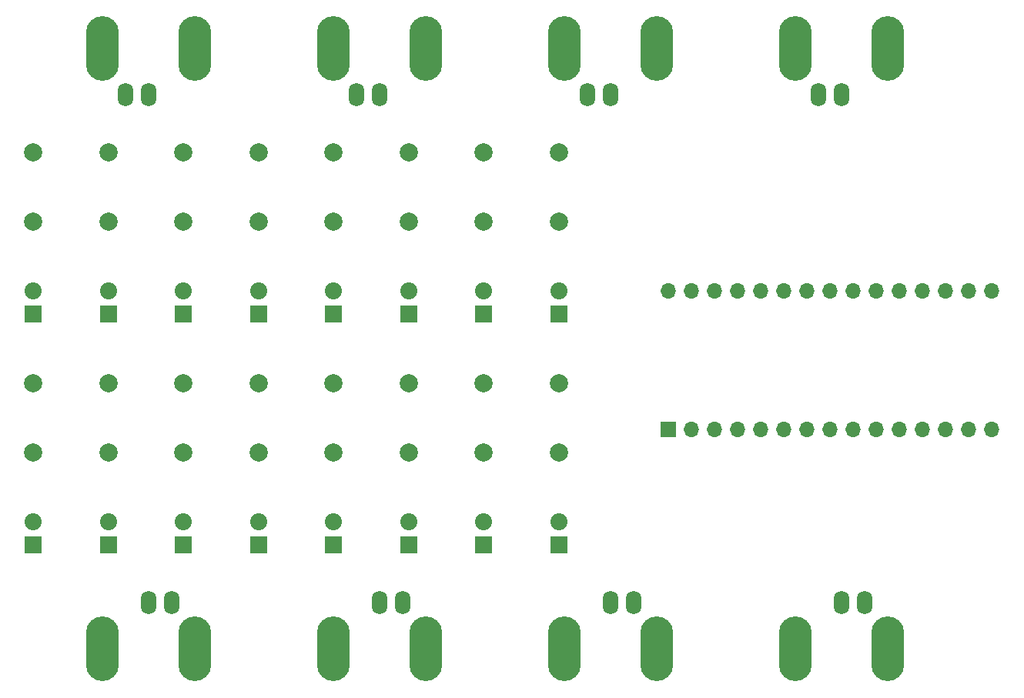
<source format=gbr>
%TF.GenerationSoftware,KiCad,Pcbnew,(5.1.6)-1*%
%TF.CreationDate,2022-02-01T17:42:09+01:00*%
%TF.ProjectId,Omniplex,4f6d6e69-706c-4657-982e-6b696361645f,rev?*%
%TF.SameCoordinates,Original*%
%TF.FileFunction,Soldermask,Bot*%
%TF.FilePolarity,Negative*%
%FSLAX46Y46*%
G04 Gerber Fmt 4.6, Leading zero omitted, Abs format (unit mm)*
G04 Created by KiCad (PCBNEW (5.1.6)-1) date 2022-02-01 17:42:09*
%MOMM*%
%LPD*%
G01*
G04 APERTURE LIST*
%ADD10O,1.700000X2.600000*%
%ADD11O,3.600000X7.100000*%
%ADD12C,1.878000*%
%ADD13R,1.878000X1.878000*%
%ADD14C,2.000000*%
%ADD15O,1.700000X1.700000*%
%ADD16R,1.700000X1.700000*%
G04 APERTURE END LIST*
D10*
%TO.C,J8*%
X154940000Y-127000000D03*
X152400000Y-127000000D03*
D11*
X147320000Y-132080000D03*
X157480000Y-132080000D03*
%TD*%
D10*
%TO.C,J7*%
X129540000Y-127000000D03*
X127000000Y-127000000D03*
D11*
X121920000Y-132080000D03*
X132080000Y-132080000D03*
%TD*%
D10*
%TO.C,J6*%
X104140000Y-127000000D03*
X101600000Y-127000000D03*
D11*
X96520000Y-132080000D03*
X106680000Y-132080000D03*
%TD*%
D10*
%TO.C,J5*%
X78740000Y-127000000D03*
X76200000Y-127000000D03*
D11*
X71120000Y-132080000D03*
X81280000Y-132080000D03*
%TD*%
D10*
%TO.C,J4*%
X149860000Y-71120000D03*
X152400000Y-71120000D03*
D11*
X157480000Y-66040000D03*
X147320000Y-66040000D03*
%TD*%
D10*
%TO.C,J3*%
X124460000Y-71120000D03*
X127000000Y-71120000D03*
D11*
X132080000Y-66040000D03*
X121920000Y-66040000D03*
%TD*%
D10*
%TO.C,J2*%
X99060000Y-71120000D03*
X101600000Y-71120000D03*
D11*
X106680000Y-66040000D03*
X96520000Y-66040000D03*
%TD*%
D10*
%TO.C,J1*%
X73660000Y-71120000D03*
X76200000Y-71120000D03*
D11*
X81280000Y-66040000D03*
X71120000Y-66040000D03*
%TD*%
D12*
%TO.C,K16*%
X121285000Y-118110000D03*
D13*
X121285000Y-120650000D03*
D14*
X121285000Y-110490000D03*
X121285000Y-102870000D03*
%TD*%
D12*
%TO.C,K15*%
X113030000Y-118110000D03*
D13*
X113030000Y-120650000D03*
D14*
X113030000Y-110490000D03*
X113030000Y-102870000D03*
%TD*%
D12*
%TO.C,K14*%
X121285000Y-92710000D03*
D13*
X121285000Y-95250000D03*
D14*
X121285000Y-85090000D03*
X121285000Y-77470000D03*
%TD*%
D12*
%TO.C,K13*%
X113030000Y-92710000D03*
D13*
X113030000Y-95250000D03*
D14*
X113030000Y-85090000D03*
X113030000Y-77470000D03*
%TD*%
D12*
%TO.C,K12*%
X104775000Y-118110000D03*
D13*
X104775000Y-120650000D03*
D14*
X104775000Y-110490000D03*
X104775000Y-102870000D03*
%TD*%
D12*
%TO.C,K11*%
X96520000Y-118110000D03*
D13*
X96520000Y-120650000D03*
D14*
X96520000Y-110490000D03*
X96520000Y-102870000D03*
%TD*%
D12*
%TO.C,K10*%
X104775000Y-92710000D03*
D13*
X104775000Y-95250000D03*
D14*
X104775000Y-85090000D03*
X104775000Y-77470000D03*
%TD*%
D12*
%TO.C,K9*%
X96520000Y-92710000D03*
D13*
X96520000Y-95250000D03*
D14*
X96520000Y-85090000D03*
X96520000Y-77470000D03*
%TD*%
D12*
%TO.C,K8*%
X88265000Y-118110000D03*
D13*
X88265000Y-120650000D03*
D14*
X88265000Y-110490000D03*
X88265000Y-102870000D03*
%TD*%
D12*
%TO.C,K7*%
X80010000Y-118110000D03*
D13*
X80010000Y-120650000D03*
D14*
X80010000Y-110490000D03*
X80010000Y-102870000D03*
%TD*%
D12*
%TO.C,K6*%
X88265000Y-92710000D03*
D13*
X88265000Y-95250000D03*
D14*
X88265000Y-85090000D03*
X88265000Y-77470000D03*
%TD*%
D12*
%TO.C,K5*%
X80010000Y-92710000D03*
D13*
X80010000Y-95250000D03*
D14*
X80010000Y-85090000D03*
X80010000Y-77470000D03*
%TD*%
D12*
%TO.C,K4*%
X71755000Y-118110000D03*
D13*
X71755000Y-120650000D03*
D14*
X71755000Y-110490000D03*
X71755000Y-102870000D03*
%TD*%
D12*
%TO.C,K3*%
X63500000Y-118110000D03*
D13*
X63500000Y-120650000D03*
D14*
X63500000Y-110490000D03*
X63500000Y-102870000D03*
%TD*%
D12*
%TO.C,K2*%
X71755000Y-92710000D03*
D13*
X71755000Y-95250000D03*
D14*
X71755000Y-85090000D03*
X71755000Y-77470000D03*
%TD*%
D12*
%TO.C,K1*%
X63500000Y-92710000D03*
D13*
X63500000Y-95250000D03*
D14*
X63500000Y-85090000D03*
X63500000Y-77470000D03*
%TD*%
D15*
%TO.C,A1*%
X168910000Y-92710000D03*
X168910000Y-107950000D03*
X133350000Y-92710000D03*
X166370000Y-107950000D03*
X135890000Y-92710000D03*
X163830000Y-107950000D03*
X138430000Y-92710000D03*
X161290000Y-107950000D03*
X140970000Y-92710000D03*
X158750000Y-107950000D03*
X143510000Y-92710000D03*
X156210000Y-107950000D03*
X146050000Y-92710000D03*
X153670000Y-107950000D03*
X148590000Y-92710000D03*
X151130000Y-107950000D03*
X151130000Y-92710000D03*
X148590000Y-107950000D03*
X153670000Y-92710000D03*
X146050000Y-107950000D03*
X156210000Y-92710000D03*
X143510000Y-107950000D03*
X158750000Y-92710000D03*
X140970000Y-107950000D03*
X161290000Y-92710000D03*
X138430000Y-107950000D03*
X163830000Y-92710000D03*
X135890000Y-107950000D03*
X166370000Y-92710000D03*
D16*
X133350000Y-107950000D03*
%TD*%
M02*

</source>
